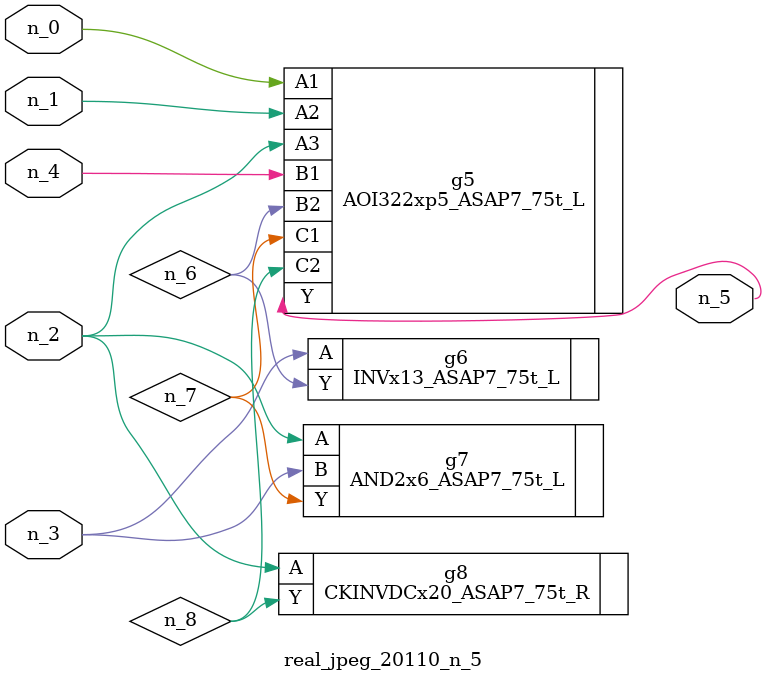
<source format=v>
module real_jpeg_20110_n_5 (n_4, n_0, n_1, n_2, n_3, n_5);

input n_4;
input n_0;
input n_1;
input n_2;
input n_3;

output n_5;

wire n_8;
wire n_6;
wire n_7;

AOI322xp5_ASAP7_75t_L g5 ( 
.A1(n_0),
.A2(n_1),
.A3(n_2),
.B1(n_4),
.B2(n_6),
.C1(n_7),
.C2(n_8),
.Y(n_5)
);

AND2x6_ASAP7_75t_L g7 ( 
.A(n_2),
.B(n_3),
.Y(n_7)
);

CKINVDCx20_ASAP7_75t_R g8 ( 
.A(n_2),
.Y(n_8)
);

INVx13_ASAP7_75t_L g6 ( 
.A(n_3),
.Y(n_6)
);


endmodule
</source>
